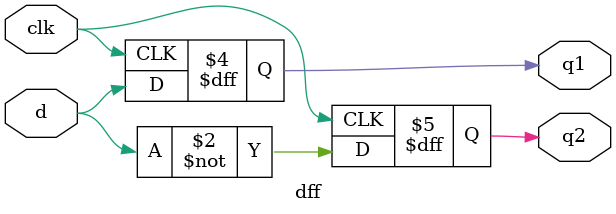
<source format=v>
`timescale 1ns / 1ps

module dff(
    input d,
    input clk,
    output reg q1,
    output reg q2
);

    initial begin
        q1 = 0;
        q2 = 1;
    end

    always @(posedge clk) begin
        q1 <= d;
        q2 <= ~d;
    end

endmodule

</source>
